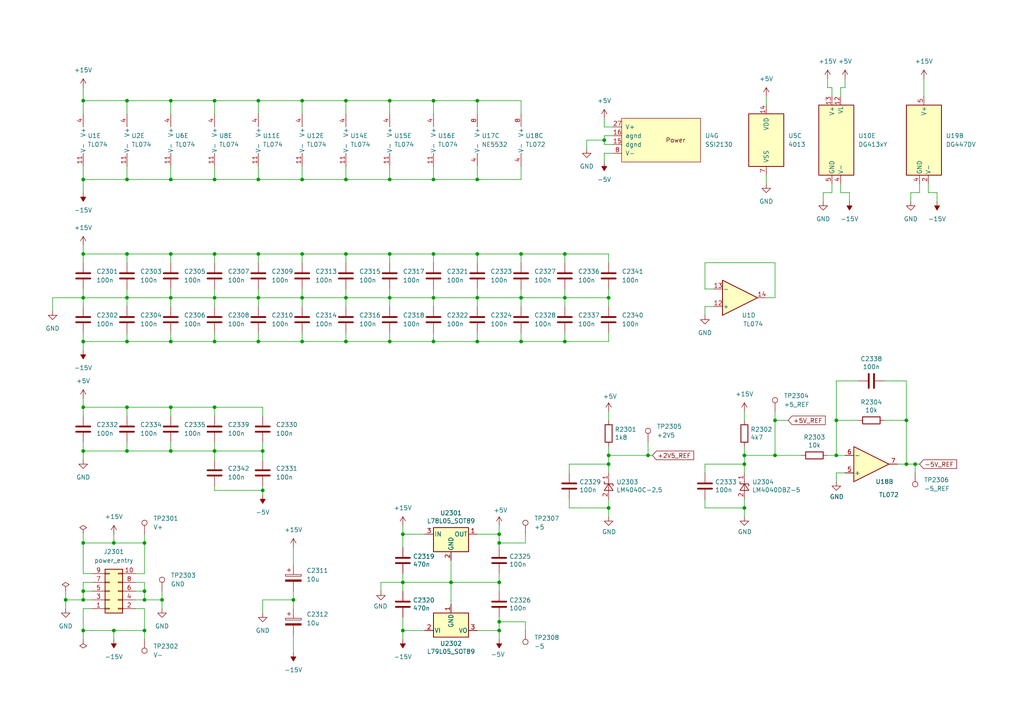
<source format=kicad_sch>
(kicad_sch (version 20230121) (generator eeschema)
  (paper "A4")
  (title_block (title "Josh Ox Ribon Synth Main VCO board") (date "2022-07-23") (rev "0.1") (comment 2 "creativecommons.org/licenses/by/4.0") (comment 3 "license: CC by 4.0") (comment 4 "Author: Jordan Acete"))
  (junction (at 138.43 73.66))
  (junction (at 36.83 99.06))
  (junction (at 262.89 134.62))
  (junction (at 49.53 118.11))
  (junction (at 62.23 29.21))
  (junction (at 125.73 99.06))
  (junction (at 36.83 118.11))
  (junction (at 144.78 180.34))
  (junction (at 24.13 29.21))
  (junction (at 215.9 147.32))
  (junction (at 74.93 73.66))
  (junction (at 138.43 52.07))
  (junction (at 76.2 142.24))
  (junction (at 113.03 73.66))
  (junction (at 62.23 118.11))
  (junction (at 151.13 73.66))
  (junction (at 113.03 52.07))
  (junction (at 49.53 29.21))
  (junction (at 24.13 86.36))
  (junction (at 144.78 168.91))
  (junction (at 215.9 134.62))
  (junction (at 49.53 73.66))
  (junction (at 224.79 132.08))
  (junction (at 125.73 86.36))
  (junction (at 138.43 86.36))
  (junction (at 113.03 29.21))
  (junction (at 24.13 52.07))
  (junction (at 144.78 182.88))
  (junction (at 49.53 130.81))
  (junction (at 144.78 157.48))
  (junction (at 49.53 52.07))
  (junction (at 74.93 86.36))
  (junction (at 76.2 130.81))
  (junction (at 41.91 182.88))
  (junction (at 125.73 29.21))
  (junction (at 138.43 29.21))
  (junction (at 176.53 86.36))
  (junction (at 138.43 99.06))
  (junction (at 100.33 73.66))
  (junction (at 265.43 134.62))
  (junction (at 33.02 182.88))
  (junction (at 116.84 168.91))
  (junction (at 36.83 86.36))
  (junction (at 74.93 29.21))
  (junction (at 116.84 154.94))
  (junction (at 163.83 73.66))
  (junction (at 215.9 132.08))
  (junction (at 87.63 52.07))
  (junction (at 87.63 29.21))
  (junction (at 176.53 147.32))
  (junction (at 163.83 86.36))
  (junction (at 87.63 86.36))
  (junction (at 262.89 121.92))
  (junction (at 151.13 99.06))
  (junction (at 62.23 130.81))
  (junction (at 41.91 173.99))
  (junction (at 87.63 99.06))
  (junction (at 36.83 130.81))
  (junction (at 176.53 134.62))
  (junction (at 163.83 99.06))
  (junction (at 100.33 29.21))
  (junction (at 151.13 86.36))
  (junction (at 36.83 29.21))
  (junction (at 242.57 132.08))
  (junction (at 100.33 52.07))
  (junction (at 87.63 73.66))
  (junction (at 49.53 99.06))
  (junction (at 24.13 157.48))
  (junction (at 62.23 73.66))
  (junction (at 130.81 168.91))
  (junction (at 49.53 86.36))
  (junction (at 176.53 132.08))
  (junction (at 116.84 182.88))
  (junction (at 24.13 130.81))
  (junction (at 74.93 99.06))
  (junction (at 144.78 154.94))
  (junction (at 125.73 52.07))
  (junction (at 24.13 173.99))
  (junction (at 85.09 173.99))
  (junction (at 100.33 99.06))
  (junction (at 24.13 182.88))
  (junction (at 33.02 157.48))
  (junction (at 36.83 52.07))
  (junction (at 41.91 171.45))
  (junction (at 36.83 73.66))
  (junction (at 41.91 157.48))
  (junction (at 24.13 118.11))
  (junction (at 125.73 73.66))
  (junction (at 242.57 121.92))
  (junction (at 113.03 86.36))
  (junction (at 224.79 121.92))
  (junction (at 46.99 173.99))
  (junction (at 24.13 171.45))
  (junction (at 62.23 52.07))
  (junction (at 175.26 40.64))
  (junction (at 62.23 99.06))
  (junction (at 24.13 73.66))
  (junction (at 19.05 173.99))
  (junction (at 113.03 99.06))
  (junction (at 62.23 86.36))
  (junction (at 74.93 52.07))
  (junction (at 187.96 132.08))
  (junction (at 100.33 86.36))
  (junction (at 24.13 99.06))
  (wire (pts (xy 125.73 29.21) (xy 138.43 29.21)))
  (wire (pts (xy 224.79 76.2) (xy 224.79 86.36)))
  (wire (pts (xy 222.25 50.8) (xy 222.25 53.34)))
  (wire (pts (xy 100.33 86.36) (xy 100.33 88.9)))
  (wire (pts (xy 242.57 132.08) (xy 240.03 132.08)))
  (wire (pts (xy 152.4 182.88) (xy 152.4 180.34)))
  (wire (pts (xy 41.91 157.48) (xy 33.02 157.48)))
  (wire (pts (xy 24.13 171.45) (xy 26.67 171.45)))
  (wire (pts (xy 87.63 86.36) (xy 100.33 86.36)))
  (wire (pts (xy 74.93 88.9) (xy 74.93 86.36)))
  (wire (pts (xy 138.43 52.07) (xy 138.43 48.26)))
  (wire (pts (xy 130.81 162.56) (xy 130.81 168.91)))
  (wire (pts (xy 138.43 52.07) (xy 151.13 52.07)))
  (wire (pts (xy 187.96 128.27) (xy 187.96 132.08)))
  (wire (pts (xy 36.83 73.66) (xy 49.53 73.66)))
  (wire (pts (xy 265.43 137.16) (xy 265.43 134.62)))
  (wire (pts (xy 39.37 171.45) (xy 41.91 171.45)))
  (wire (pts (xy 116.84 154.94) (xy 116.84 158.75)))
  (wire (pts (xy 241.3 53.34) (xy 241.3 55.88)))
  (wire (pts (xy 49.53 118.11) (xy 62.23 118.11)))
  (wire (pts (xy 176.53 149.86) (xy 176.53 147.32)))
  (wire (pts (xy 176.53 137.16) (xy 176.53 134.62)))
  (wire (pts (xy 260.35 134.62) (xy 262.89 134.62)))
  (wire (pts (xy 74.93 52.07) (xy 62.23 52.07)))
  (wire (pts (xy 74.93 29.21) (xy 62.23 29.21)))
  (wire (pts (xy 262.89 134.62) (xy 265.43 134.62)))
  (wire (pts (xy 238.76 55.88) (xy 241.3 55.88)))
  (wire (pts (xy 170.18 40.64) (xy 175.26 40.64)))
  (wire (pts (xy 33.02 182.88) (xy 41.91 182.88)))
  (wire (pts (xy 62.23 96.52) (xy 62.23 99.06)))
  (wire (pts (xy 62.23 140.97) (xy 62.23 142.24)))
  (wire (pts (xy 85.09 184.15) (xy 85.09 189.23)))
  (wire (pts (xy 33.02 182.88) (xy 33.02 185.42)))
  (wire (pts (xy 116.84 166.37) (xy 116.84 168.91)))
  (wire (pts (xy 264.16 55.88) (xy 264.16 58.42)))
  (wire (pts (xy 245.11 22.86) (xy 245.11 25.4)))
  (wire (pts (xy 24.13 83.82) (xy 24.13 86.36)))
  (wire (pts (xy 242.57 121.92) (xy 242.57 110.49)))
  (wire (pts (xy 113.03 73.66) (xy 100.33 73.66)))
  (wire (pts (xy 87.63 52.07) (xy 74.93 52.07)))
  (wire (pts (xy 87.63 96.52) (xy 87.63 99.06)))
  (wire (pts (xy 138.43 182.88) (xy 144.78 182.88)))
  (wire (pts (xy 41.91 166.37) (xy 41.91 157.48)))
  (wire (pts (xy 49.53 86.36) (xy 49.53 88.9)))
  (wire (pts (xy 41.91 176.53) (xy 39.37 176.53)))
  (wire (pts (xy 264.16 55.88) (xy 266.7 55.88)))
  (wire (pts (xy 224.79 121.92) (xy 224.79 132.08)))
  (wire (pts (xy 144.78 157.48) (xy 144.78 158.75)))
  (wire (pts (xy 177.8 41.91) (xy 175.26 41.91)))
  (wire (pts (xy 125.73 83.82) (xy 125.73 86.36)))
  (wire (pts (xy 151.13 99.06) (xy 151.13 96.52)))
  (wire (pts (xy 74.93 99.06) (xy 87.63 99.06)))
  (wire (pts (xy 176.53 76.2) (xy 176.53 73.66)))
  (wire (pts (xy 36.83 52.07) (xy 24.13 52.07)))
  (wire (pts (xy 113.03 99.06) (xy 125.73 99.06)))
  (wire (pts (xy 215.9 121.92) (xy 215.9 119.38)))
  (wire (pts (xy 26.67 176.53) (xy 24.13 176.53)))
  (wire (pts (xy 246.38 58.42) (xy 246.38 55.88)))
  (wire (pts (xy 262.89 110.49) (xy 256.54 110.49)))
  (wire (pts (xy 87.63 29.21) (xy 100.33 29.21)))
  (wire (pts (xy 151.13 86.36) (xy 138.43 86.36)))
  (wire (pts (xy 125.73 29.21) (xy 113.03 29.21)))
  (wire (pts (xy 113.03 88.9) (xy 113.03 86.36)))
  (wire (pts (xy 204.47 88.9) (xy 207.01 88.9)))
  (wire (pts (xy 113.03 86.36) (xy 125.73 86.36)))
  (wire (pts (xy 151.13 73.66) (xy 138.43 73.66)))
  (wire (pts (xy 46.99 171.45) (xy 46.99 173.99)))
  (wire (pts (xy 151.13 86.36) (xy 163.83 86.36)))
  (wire (pts (xy 87.63 73.66) (xy 100.33 73.66)))
  (wire (pts (xy 215.9 132.08) (xy 224.79 132.08)))
  (wire (pts (xy 87.63 86.36) (xy 87.63 88.9)))
  (wire (pts (xy 130.81 168.91) (xy 144.78 168.91)))
  (wire (pts (xy 163.83 99.06) (xy 151.13 99.06)))
  (wire (pts (xy 49.53 118.11) (xy 49.53 120.65)))
  (wire (pts (xy 87.63 99.06) (xy 100.33 99.06)))
  (wire (pts (xy 85.09 171.45) (xy 85.09 173.99)))
  (wire (pts (xy 224.79 132.08) (xy 232.41 132.08)))
  (wire (pts (xy 74.93 99.06) (xy 74.93 96.52)))
  (wire (pts (xy 33.02 157.48) (xy 24.13 157.48)))
  (wire (pts (xy 242.57 139.7) (xy 242.57 137.16)))
  (wire (pts (xy 46.99 176.53) (xy 46.99 173.99)))
  (wire (pts (xy 24.13 29.21) (xy 24.13 33.02)))
  (wire (pts (xy 113.03 52.07) (xy 100.33 52.07)))
  (wire (pts (xy 87.63 73.66) (xy 87.63 76.2)))
  (wire (pts (xy 24.13 86.36) (xy 24.13 88.9)))
  (wire (pts (xy 175.26 40.64) (xy 175.26 39.37)))
  (wire (pts (xy 138.43 99.06) (xy 151.13 99.06)))
  (wire (pts (xy 163.83 73.66) (xy 151.13 73.66)))
  (wire (pts (xy 76.2 130.81) (xy 76.2 133.35)))
  (wire (pts (xy 113.03 86.36) (xy 100.33 86.36)))
  (wire (pts (xy 100.33 29.21) (xy 100.33 33.02)))
  (wire (pts (xy 248.92 121.92) (xy 242.57 121.92)))
  (wire (pts (xy 36.83 130.81) (xy 36.83 128.27)))
  (wire (pts (xy 36.83 48.26) (xy 36.83 52.07)))
  (wire (pts (xy 36.83 88.9) (xy 36.83 86.36)))
  (wire (pts (xy 74.93 86.36) (xy 62.23 86.36)))
  (wire (pts (xy 163.83 86.36) (xy 176.53 86.36)))
  (wire (pts (xy 176.53 147.32) (xy 176.53 144.78)))
  (wire (pts (xy 243.84 53.34) (xy 243.84 55.88)))
  (wire (pts (xy 41.91 154.94) (xy 41.91 157.48)))
  (wire (pts (xy 39.37 166.37) (xy 41.91 166.37)))
  (wire (pts (xy 110.49 171.45) (xy 110.49 168.91)))
  (wire (pts (xy 62.23 130.81) (xy 62.23 133.35)))
  (wire (pts (xy 62.23 128.27) (xy 62.23 130.81)))
  (wire (pts (xy 242.57 132.08) (xy 242.57 121.92)))
  (wire (pts (xy 151.13 76.2) (xy 151.13 73.66)))
  (wire (pts (xy 100.33 73.66) (xy 100.33 76.2)))
  (wire (pts (xy 138.43 29.21) (xy 151.13 29.21)))
  (wire (pts (xy 125.73 73.66) (xy 125.73 76.2)))
  (wire (pts (xy 165.1 144.78) (xy 165.1 147.32)))
  (wire (pts (xy 36.83 120.65) (xy 36.83 118.11)))
  (wire (pts (xy 36.83 130.81) (xy 24.13 130.81)))
  (wire (pts (xy 151.13 29.21) (xy 151.13 33.02)))
  (wire (pts (xy 76.2 177.8) (xy 76.2 173.99)))
  (wire (pts (xy 62.23 86.36) (xy 62.23 88.9)))
  (wire (pts (xy 144.78 154.94) (xy 144.78 157.48)))
  (wire (pts (xy 152.4 157.48) (xy 144.78 157.48)))
  (wire (pts (xy 224.79 119.38) (xy 224.79 121.92)))
  (wire (pts (xy 266.7 53.34) (xy 266.7 55.88)))
  (wire (pts (xy 24.13 182.88) (xy 33.02 182.88)))
  (wire (pts (xy 113.03 52.07) (xy 113.03 48.26)))
  (wire (pts (xy 39.37 173.99) (xy 41.91 173.99)))
  (wire (pts (xy 271.78 58.42) (xy 271.78 55.88)))
  (wire (pts (xy 125.73 52.07) (xy 113.03 52.07)))
  (wire (pts (xy 87.63 29.21) (xy 87.63 33.02)))
  (wire (pts (xy 74.93 86.36) (xy 74.93 83.82)))
  (wire (pts (xy 62.23 52.07) (xy 62.23 48.26)))
  (wire (pts (xy 152.4 180.34) (xy 144.78 180.34)))
  (wire (pts (xy 175.26 41.91) (xy 175.26 40.64)))
  (wire (pts (xy 62.23 118.11) (xy 76.2 118.11)))
  (wire (pts (xy 24.13 168.91) (xy 24.13 171.45)))
  (wire (pts (xy 49.53 99.06) (xy 62.23 99.06)))
  (wire (pts (xy 100.33 96.52) (xy 100.33 99.06)))
  (wire (pts (xy 116.84 168.91) (xy 116.84 171.45)))
  (wire (pts (xy 175.26 46.99) (xy 175.26 44.45)))
  (wire (pts (xy 49.53 52.07) (xy 49.53 48.26)))
  (wire (pts (xy 41.91 173.99) (xy 41.91 171.45)))
  (wire (pts (xy 125.73 52.07) (xy 138.43 52.07)))
  (wire (pts (xy 15.24 86.36) (xy 24.13 86.36)))
  (wire (pts (xy 262.89 110.49) (xy 262.89 121.92)))
  (wire (pts (xy 62.23 73.66) (xy 62.23 76.2)))
  (wire (pts (xy 15.24 90.17) (xy 15.24 86.36)))
  (wire (pts (xy 144.78 179.07) (xy 144.78 180.34)))
  (wire (pts (xy 176.53 132.08) (xy 187.96 132.08)))
  (wire (pts (xy 262.89 121.92) (xy 262.89 134.62)))
  (wire (pts (xy 49.53 73.66) (xy 62.23 73.66)))
  (wire (pts (xy 123.19 182.88) (xy 116.84 182.88)))
  (wire (pts (xy 207.01 83.82) (xy 204.47 83.82)))
  (wire (pts (xy 215.9 134.62) (xy 215.9 132.08)))
  (wire (pts (xy 36.83 118.11) (xy 49.53 118.11)))
  (wire (pts (xy 116.84 168.91) (xy 130.81 168.91)))
  (wire (pts (xy 76.2 142.24) (xy 76.2 143.51)))
  (wire (pts (xy 138.43 73.66) (xy 138.43 76.2)))
  (wire (pts (xy 36.83 76.2) (xy 36.83 73.66)))
  (wire (pts (xy 242.57 110.49) (xy 248.92 110.49)))
  (wire (pts (xy 176.53 99.06) (xy 163.83 99.06)))
  (wire (pts (xy 113.03 76.2) (xy 113.03 73.66)))
  (wire (pts (xy 163.83 76.2) (xy 163.83 73.66)))
  (wire (pts (xy 24.13 171.45) (xy 24.13 173.99)))
  (wire (pts (xy 116.84 185.42) (xy 116.84 182.88)))
  (wire (pts (xy 36.83 99.06) (xy 49.53 99.06)))
  (wire (pts (xy 74.93 73.66) (xy 62.23 73.66)))
  (wire (pts (xy 24.13 157.48) (xy 24.13 166.37)))
  (wire (pts (xy 151.13 86.36) (xy 151.13 83.82)))
  (wire (pts (xy 39.37 168.91) (xy 41.91 168.91)))
  (wire (pts (xy 243.84 25.4) (xy 245.11 25.4)))
  (wire (pts (xy 62.23 83.82) (xy 62.23 86.36)))
  (wire (pts (xy 123.19 154.94) (xy 116.84 154.94)))
  (wire (pts (xy 238.76 55.88) (xy 238.76 58.42)))
  (wire (pts (xy 49.53 130.81) (xy 49.53 128.27)))
  (wire (pts (xy 24.13 166.37) (xy 26.67 166.37)))
  (wire (pts (xy 240.03 22.86) (xy 240.03 25.4)))
  (wire (pts (xy 204.47 144.78) (xy 204.47 147.32)))
  (wire (pts (xy 176.53 73.66) (xy 163.83 73.66)))
  (wire (pts (xy 215.9 147.32) (xy 215.9 149.86)))
  (wire (pts (xy 24.13 176.53) (xy 24.13 182.88)))
  (wire (pts (xy 24.13 99.06) (xy 36.83 99.06)))
  (wire (pts (xy 228.6 121.92) (xy 224.79 121.92)))
  (wire (pts (xy 36.83 29.21) (xy 36.83 33.02)))
  (wire (pts (xy 125.73 29.21) (xy 125.73 33.02)))
  (wire (pts (xy 110.49 168.91) (xy 116.84 168.91)))
  (wire (pts (xy 49.53 73.66) (xy 49.53 76.2)))
  (wire (pts (xy 144.78 185.42) (xy 144.78 182.88)))
  (wire (pts (xy 176.53 134.62) (xy 176.53 132.08)))
  (wire (pts (xy 36.83 86.36) (xy 24.13 86.36)))
  (wire (pts (xy 24.13 115.57) (xy 24.13 118.11)))
  (wire (pts (xy 176.53 132.08) (xy 176.53 129.54)))
  (wire (pts (xy 87.63 52.07) (xy 87.63 48.26)))
  (wire (pts (xy 170.18 40.64) (xy 170.18 43.18)))
  (wire (pts (xy 113.03 73.66) (xy 125.73 73.66)))
  (wire (pts (xy 49.53 52.07) (xy 36.83 52.07)))
  (wire (pts (xy 165.1 147.32) (xy 176.53 147.32)))
  (wire (pts (xy 113.03 29.21) (xy 100.33 29.21)))
  (wire (pts (xy 74.93 73.66) (xy 87.63 73.66)))
  (wire (pts (xy 163.83 86.36) (xy 163.83 88.9)))
  (wire (pts (xy 269.24 53.34) (xy 269.24 55.88)))
  (wire (pts (xy 224.79 86.36) (xy 222.25 86.36)))
  (wire (pts (xy 165.1 134.62) (xy 176.53 134.62)))
  (wire (pts (xy 36.83 99.06) (xy 36.83 96.52)))
  (wire (pts (xy 74.93 86.36) (xy 87.63 86.36)))
  (wire (pts (xy 36.83 86.36) (xy 36.83 83.82)))
  (wire (pts (xy 116.84 182.88) (xy 116.84 179.07)))
  (wire (pts (xy 204.47 83.82) (xy 204.47 76.2)))
  (wire (pts (xy 87.63 29.21) (xy 74.93 29.21)))
  (wire (pts (xy 41.91 171.45) (xy 41.91 168.91)))
  (wire (pts (xy 49.53 29.21) (xy 49.53 33.02)))
  (wire (pts (xy 138.43 96.52) (xy 138.43 99.06)))
  (wire (pts (xy 187.96 132.08) (xy 189.23 132.08)))
  (wire (pts (xy 49.53 83.82) (xy 49.53 86.36)))
  (wire (pts (xy 24.13 25.4) (xy 24.13 29.21)))
  (wire (pts (xy 49.53 29.21) (xy 36.83 29.21)))
  (wire (pts (xy 74.93 76.2) (xy 74.93 73.66)))
  (wire (pts (xy 138.43 29.21) (xy 138.43 33.02)))
  (wire (pts (xy 144.78 180.34) (xy 144.78 182.88)))
  (wire (pts (xy 49.53 96.52) (xy 49.53 99.06)))
  (wire (pts (xy 242.57 137.16) (xy 245.11 137.16)))
  (wire (pts (xy 85.09 158.75) (xy 85.09 163.83)))
  (wire (pts (xy 24.13 55.88) (xy 24.13 52.07)))
  (wire (pts (xy 49.53 29.21) (xy 62.23 29.21)))
  (wire (pts (xy 49.53 52.07) (xy 62.23 52.07)))
  (wire (pts (xy 204.47 137.16) (xy 204.47 134.62)))
  (wire (pts (xy 49.53 86.36) (xy 62.23 86.36)))
  (wire (pts (xy 76.2 128.27) (xy 76.2 130.81)))
  (wire (pts (xy 87.63 83.82) (xy 87.63 86.36)))
  (wire (pts (xy 76.2 140.97) (xy 76.2 142.24)))
  (wire (pts (xy 204.47 91.44) (xy 204.47 88.9)))
  (wire (pts (xy 152.4 154.94) (xy 152.4 157.48)))
  (wire (pts (xy 125.73 86.36) (xy 138.43 86.36)))
  (wire (pts (xy 24.13 128.27) (xy 24.13 130.81)))
  (wire (pts (xy 49.53 130.81) (xy 62.23 130.81)))
  (wire (pts (xy 62.23 142.24) (xy 76.2 142.24)))
  (wire (pts (xy 41.91 185.42) (xy 41.91 182.88)))
  (wire (pts (xy 113.03 99.06) (xy 113.03 96.52)))
  (wire (pts (xy 24.13 48.26) (xy 24.13 52.07)))
  (wire (pts (xy 125.73 86.36) (xy 125.73 88.9)))
  (wire (pts (xy 267.97 22.86) (xy 267.97 27.94)))
  (wire (pts (xy 176.53 86.36) (xy 176.53 88.9)))
  (wire (pts (xy 125.73 96.52) (xy 125.73 99.06)))
  (wire (pts (xy 19.05 171.45) (xy 19.05 173.99)))
  (wire (pts (xy 271.78 55.88) (xy 269.24 55.88)))
  (wire (pts (xy 265.43 134.62) (xy 266.7 134.62)))
  (wire (pts (xy 24.13 118.11) (xy 24.13 120.65)))
  (wire (pts (xy 24.13 99.06) (xy 24.13 101.6)))
  (wire (pts (xy 176.53 96.52) (xy 176.53 99.06)))
  (wire (pts (xy 144.78 154.94) (xy 138.43 154.94)))
  (wire (pts (xy 74.93 29.21) (xy 74.93 33.02)))
  (wire (pts (xy 130.81 175.26) (xy 130.81 168.91)))
  (wire (pts (xy 165.1 137.16) (xy 165.1 134.62)))
  (wire (pts (xy 204.47 147.32) (xy 215.9 147.32)))
  (wire (pts (xy 19.05 173.99) (xy 24.13 173.99)))
  (wire (pts (xy 24.13 96.52) (xy 24.13 99.06)))
  (wire (pts (xy 175.26 36.83) (xy 177.8 36.83)))
  (wire (pts (xy 204.47 76.2) (xy 224.79 76.2)))
  (wire (pts (xy 19.05 176.53) (xy 19.05 173.99)))
  (wire (pts (xy 151.13 52.07) (xy 151.13 48.26)))
  (wire (pts (xy 144.78 168.91) (xy 144.78 166.37)))
  (wire (pts (xy 176.53 86.36) (xy 176.53 83.82)))
  (wire (pts (xy 222.25 27.94) (xy 222.25 30.48)))
  (wire (pts (xy 36.83 118.11) (xy 24.13 118.11)))
  (wire (pts (xy 85.09 173.99) (xy 85.09 176.53)))
  (wire (pts (xy 125.73 52.07) (xy 125.73 48.26)))
  (wire (pts (xy 144.78 152.4) (xy 144.78 154.94)))
  (wire (pts (xy 62.23 29.21) (xy 62.23 33.02)))
  (wire (pts (xy 151.13 88.9) (xy 151.13 86.36)))
  (wire (pts (xy 36.83 130.81) (xy 49.53 130.81)))
  (wire (pts (xy 215.9 144.78) (xy 215.9 147.32)))
  (wire (pts (xy 76.2 118.11) (xy 76.2 120.65)))
  (wire (pts (xy 24.13 133.35) (xy 24.13 130.81)))
  (wire (pts (xy 46.99 173.99) (xy 41.91 173.99)))
  (wire (pts (xy 163.83 96.52) (xy 163.83 99.06)))
  (wire (pts (xy 74.93 52.07) (xy 74.93 48.26)))
  (wire (pts (xy 125.73 73.66) (xy 138.43 73.66)))
  (wire (pts (xy 24.13 71.12) (xy 24.13 73.66)))
  (wire (pts (xy 175.26 44.45) (xy 177.8 44.45)))
  (wire (pts (xy 176.53 119.38) (xy 176.53 121.92)))
  (wire (pts (xy 87.63 52.07) (xy 100.33 52.07)))
  (wire (pts (xy 33.02 154.94) (xy 33.02 157.48)))
  (wire (pts (xy 36.83 73.66) (xy 24.13 73.66)))
  (wire (pts (xy 24.13 168.91) (xy 26.67 168.91)))
  (wire (pts (xy 76.2 173.99) (xy 85.09 173.99)))
  (wire (pts (xy 204.47 134.62) (xy 215.9 134.62)))
  (wire (pts (xy 243.84 25.4) (xy 243.84 27.94)))
  (wire (pts (xy 41.91 182.88) (xy 41.91 176.53)))
  (wire (pts (xy 215.9 137.16) (xy 215.9 134.62)))
  (wire (pts (xy 256.54 121.92) (xy 262.89 121.92)))
  (wire (pts (xy 24.13 185.42) (xy 24.13 182.88)))
  (wire (pts (xy 144.78 171.45) (xy 144.78 168.91)))
  (wire (pts (xy 62.23 99.06) (xy 74.93 99.06)))
  (wire (pts (xy 125.73 99.06) (xy 138.43 99.06)))
  (wire (pts (xy 36.83 86.36) (xy 49.53 86.36)))
  (wire (pts (xy 215.9 132.08) (xy 215.9 129.54)))
  (wire (pts (xy 241.3 27.94) (xy 241.3 25.4)))
  (wire (pts (xy 175.26 34.29) (xy 175.26 36.83)))
  (wire (pts (xy 26.67 173.99) (xy 24.13 173.99)))
  (wire (pts (xy 100.33 52.07) (xy 100.33 48.26)))
  (wire (pts (xy 138.43 83.82) (xy 138.43 86.36)))
  (wire (pts (xy 175.26 39.37) (xy 177.8 39.37)))
  (wire (pts (xy 246.38 55.88) (xy 243.84 55.88)))
  (wire (pts (xy 62.23 118.11) (xy 62.23 120.65)))
  (wire (pts (xy 245.11 132.08) (xy 242.57 132.08)))
  (wire (pts (xy 138.43 86.36) (xy 138.43 88.9)))
  (wire (pts (xy 163.83 83.82) (xy 163.83 86.36)))
  (wire (pts (xy 100.33 99.06) (xy 113.03 99.06)))
  (wire (pts (xy 24.13 154.94) (xy 24.13 157.48)))
  (wire (pts (xy 241.3 25.4) (xy 240.03 25.4)))
  (wire (pts (xy 24.13 73.66) (xy 24.13 76.2)))
  (wire (pts (xy 113.03 29.21) (xy 113.03 33.02)))
  (wire (pts (xy 113.03 86.36) (xy 113.03 83.82)))
  (wire (pts (xy 36.83 29.21) (xy 24.13 29.21)))
  (wire (pts (xy 116.84 152.4) (xy 116.84 154.94)))
  (wire (pts (xy 100.33 83.82) (xy 100.33 86.36)))
  (wire (pts (xy 62.23 130.81) (xy 76.2 130.81)))
  (global_label "+2V5_REF" (shape input) (at 189.23 132.08 0) (property "Intersheetrefs" "${INTERSHEET_REFS}" (effects hide)))
  (global_label "+5V_REF" (shape input) (at 228.6 121.92 0) (property "Intersheetrefs" "${INTERSHEET_REFS}" (effects hide)))
  (global_label "-5V_REF" (shape input) (at 266.7 134.62 0) (property "Intersheetrefs" "${INTERSHEET_REFS}" (effects hide)))
  (symbol (lib_id "Amplifier_Operational:TL074") (at 115.57 40.64 0) (unit 5)
    (property "Reference" "U15" (at 114.3 39.3699 0) (effects (justify left)))
    (property "Value" "TL074" (at 114.3 41.9099 0) (effects (justify left)))
    (property "Footprint" "Package_SO:SOIC-14_3.9x8.7mm_P1.27mm" (effects hide))
    (property "Datasheet" "http://www.ti.com/lit/ds/symlink/tl071.pdf" (effects hide))
  )
  (symbol (lib_id "Device:C") (at 87.63 80.01 0) (unit 1)
    (property "Reference" "C2313" (at 91.44 78.7399 0) (effects (justify left)))
    (property "Value" "100n" (at 91.44 81.2799 0) (effects (justify left)))
    (property "Footprint" "Capacitor_SMD:C_0805_2012Metric" (effects hide))
  )
  (symbol (lib_id "Connector:TestPoint") (at 41.91 185.42 180) (unit 1) (in_bom no)
    (property "Reference" "TP2302" (at 44.45 187.4519 0) (effects (justify right)))
    (property "Value" "V-" (at 44.45 189.9919 0) (effects (justify right)))
    (property "Footprint" "TestPoint:TestPoint_Keystone_5000-5004_Miniature" (effects hide))
  )
  (symbol (lib_id "Regulator_Linear:L79L05_SOT89") (at 130.81 182.88 0) (unit 1)
    (property "Reference" "U2302" (at 130.81 186.6646 0))
    (property "Value" "L79L05_SOT89" (at 130.81 188.976 0))
    (property "Footprint" "Package_TO_SOT_SMD:SOT-89-3" (effects hide))
    (property "Datasheet" "http://www.farnell.com/datasheets/1827870.pdf" (effects hide))
  )
  (symbol (lib_id "power:GND") (at 110.49 171.45 0) (mirror y) (unit 1)
    (property "Reference" "#PWR02313" (effects hide))
    (property "Value" "GND" (at 110.363 175.8442 0))
  )
  (symbol (lib_id "Device:C") (at 165.1 140.97 0) (unit 1)
    (property "Reference" "C2329" (at 168.021 139.8016 0) (effects (justify left)))
    (property "Value" "100n" (at 168.021 142.113 0) (effects (justify left)))
    (property "Footprint" "Capacitor_SMD:C_0805_2012Metric" (effects hide))
  )
  (symbol (lib_id "Device:R") (at 215.9 125.73 0) (unit 1)
    (property "Reference" "R2302" (at 217.678 124.5616 0) (effects (justify left)))
    (property "Value" "4k7" (at 217.678 126.873 0) (effects (justify left)))
    (property "Footprint" "Resistor_SMD:R_0805_2012Metric" (effects hide))
  )
  (symbol (lib_id "Device:C") (at 24.13 124.46 0) (unit 1)
    (property "Reference" "C2332" (at 27.94 123.1899 0) (effects (justify left)))
    (property "Value" "100n" (at 27.94 125.7299 0) (effects (justify left)))
    (property "Footprint" "Capacitor_SMD:C_0805_2012Metric" (effects hide))
  )
  (symbol (lib_id "power:GND") (at 264.16 58.42 0) (unit 1)
    (property "Reference" "#PWR0121" (effects hide))
    (property "Value" "GND" (at 264.16 63.5 0))
  )
  (symbol (lib_id "Connector:TestPoint") (at 46.99 171.45 0) (unit 1) (in_bom no)
    (property "Reference" "TP2303" (at 49.53 166.8779 0) (effects (justify left)))
    (property "Value" "GND" (at 49.53 169.4179 0) (effects (justify left)))
    (property "Footprint" "TestPoint:TestPoint_Bridge_Pitch7.62mm_Drill1.3mm" (effects hide))
  )
  (symbol (lib_id "Device:R") (at 176.53 125.73 0) (unit 1)
    (property "Reference" "R2301" (at 178.308 124.5616 0) (effects (justify left)))
    (property "Value" "1k8" (at 178.308 126.873 0) (effects (justify left)))
    (property "Footprint" "Resistor_SMD:R_0805_2012Metric" (effects hide))
  )
  (symbol (lib_id "Connector:TestPoint") (at 152.4 182.88 180) (unit 1) (in_bom no)
    (property "Reference" "TP2308" (at 154.94 184.9119 0) (effects (justify right)))
    (property "Value" "-5" (at 154.94 187.4519 0) (effects (justify right)))
    (property "Footprint" "TestPoint:TestPoint_Keystone_5000-5004_Miniature" (effects hide))
  )
  (symbol (lib_id "power:+5V") (at 176.53 119.38 0) (unit 1)
    (property "Reference" "#PWR02322" (effects hide))
    (property "Value" "+5V" (at 176.911 114.9858 0))
  )
  (symbol (lib_id "power:-15V") (at 33.02 185.42 180) (unit 1)
    (property "Reference" "#PWR02308" (effects hide))
    (property "Value" "-15V" (at 33.02 190.5 0))
  )
  (symbol (lib_id "Device:C") (at 138.43 80.01 0) (unit 1)
    (property "Reference" "C2323" (at 142.24 78.7399 0) (effects (justify left)))
    (property "Value" "100n" (at 142.24 81.2799 0) (effects (justify left)))
    (property "Footprint" "Capacitor_SMD:C_0805_2012Metric" (effects hide))
  )
  (symbol (lib_id "Device:C") (at 49.53 92.71 0) (unit 1)
    (property "Reference" "C2306" (at 53.34 91.4399 0) (effects (justify left)))
    (property "Value" "100n" (at 53.34 93.9799 0) (effects (justify left)))
    (property "Footprint" "Capacitor_SMD:C_0805_2012Metric" (effects hide))
  )
  (symbol (lib_id "Device:C") (at 176.53 92.71 0) (unit 1)
    (property "Reference" "C2340" (at 180.34 91.4399 0) (effects (justify left)))
    (property "Value" "100n" (at 180.34 93.9799 0) (effects (justify left)))
    (property "Footprint" "Capacitor_SMD:C_0805_2012Metric" (effects hide))
  )
  (symbol (lib_id "Device:R") (at 252.73 121.92 270) (unit 1)
    (property "Reference" "R2304" (at 252.73 116.6622 90))
    (property "Value" "10k" (at 252.73 118.9736 90))
    (property "Footprint" "Resistor_SMD:R_0805_2012Metric" (effects hide))
  )
  (symbol (lib_id "Reference_Voltage:LM4040DBZ-2.5") (at 176.53 140.97 90) (unit 1)
    (property "Reference" "U2303" (at 178.7652 139.8016 90) (effects (justify right)))
    (property "Value" "LM4040C-2.5" (at 178.7652 142.113 90) (effects (justify right)))
    (property "Footprint" "Package_TO_SOT_SMD:SOT-23" (effects hide))
    (property "Datasheet" "http://www.ti.com/lit/ds/symlink/lm4040-n.pdf" (effects hide))
  )
  (symbol (lib_id "Device:C") (at 163.83 92.71 0) (unit 1)
    (property "Reference" "C2337" (at 167.64 91.4399 0) (effects (justify left)))
    (property "Value" "100n" (at 167.64 93.9799 0) (effects (justify left)))
    (property "Footprint" "Capacitor_SMD:C_0805_2012Metric" (effects hide))
  )
  (symbol (lib_id "power:+15V") (at 116.84 152.4 0) (unit 1)
    (property "Reference" "#PWR0110" (effects hide))
    (property "Value" "+15V" (at 116.84 147.32 0))
  )
  (symbol (lib_id "Device:C") (at 125.73 80.01 0) (unit 1)
    (property "Reference" "C2321" (at 129.54 78.7399 0) (effects (justify left)))
    (property "Value" "100n" (at 129.54 81.2799 0) (effects (justify left)))
    (property "Footprint" "Capacitor_SMD:C_0805_2012Metric" (effects hide))
  )
  (symbol (lib_id "Amplifier_Operational:TL074") (at 90.17 40.64 0) (unit 5)
    (property "Reference" "U12" (at 88.9 39.3699 0) (effects (justify left)))
    (property "Value" "TL074" (at 88.9 41.9099 0) (effects (justify left)))
    (property "Footprint" "Package_SO:SOIC-14_3.9x8.7mm_P1.27mm" (effects hide))
    (property "Datasheet" "http://www.ti.com/lit/ds/symlink/tl071.pdf" (effects hide))
  )
  (symbol (lib_id "power:-15V") (at 24.13 55.88 180) (unit 1)
    (property "Reference" "#PWR02304" (effects hide))
    (property "Value" "-15V" (at 24.13 60.96 0))
  )
  (symbol (lib_id "Device:C") (at 163.83 80.01 0) (unit 1)
    (property "Reference" "C2336" (at 167.64 78.7399 0) (effects (justify left)))
    (property "Value" "100n" (at 167.64 81.2799 0) (effects (justify left)))
    (property "Footprint" "Capacitor_SMD:C_0805_2012Metric" (effects hide))
  )
  (symbol (lib_id "Device:C") (at 49.53 124.46 0) (unit 1)
    (property "Reference" "C2335" (at 53.34 123.1899 0) (effects (justify left)))
    (property "Value" "100n" (at 53.34 125.7299 0) (effects (justify left)))
    (property "Footprint" "Capacitor_SMD:C_0805_2012Metric" (effects hide))
  )
  (symbol (lib_id "Device:C") (at 100.33 92.71 0) (unit 1)
    (property "Reference" "C2316" (at 104.14 91.4399 0) (effects (justify left)))
    (property "Value" "100n" (at 104.14 93.9799 0) (effects (justify left)))
    (property "Footprint" "Capacitor_SMD:C_0805_2012Metric" (effects hide))
  )
  (symbol (lib_id "power:-15V") (at 246.38 58.42 180) (unit 1)
    (property "Reference" "#PWR0117" (effects hide))
    (property "Value" "-15V" (at 246.38 63.5 0))
  )
  (symbol (lib_id "power:-15V") (at 24.13 101.6 180) (unit 1)
    (property "Reference" "#PWR02306" (effects hide))
    (property "Value" "-15V" (at 24.13 106.68 0))
  )
  (symbol (lib_id "Regulator_Linear:L78L05_SOT89") (at 130.81 154.94 0) (unit 1)
    (property "Reference" "U2301" (at 130.81 148.7932 0))
    (property "Value" "L78L05_SOT89" (at 130.81 151.1046 0))
    (property "Footprint" "Package_TO_SOT_SMD:SOT-89-3" (effects hide))
    (property "Datasheet" "http://www.st.com/content/ccc/resource/technical/document/datasheet/15/55/e5/aa/23/5b/43/fd/CD00000446.pdf/files/CD00000446.pdf/jcr:content/translations/en.CD00000446.pdf" (effects hide))
  )
  (symbol (lib_id "Device:C") (at 151.13 92.71 0) (unit 1)
    (property "Reference" "C2328" (at 154.94 91.4399 0) (effects (justify left)))
    (property "Value" "100n" (at 154.94 93.9799 0) (effects (justify left)))
    (property "Footprint" "Capacitor_SMD:C_0805_2012Metric" (effects hide))
  )
  (symbol (lib_id "Device:C") (at 116.84 162.56 0) (unit 1)
    (property "Reference" "C2319" (at 119.761 161.3916 0) (effects (justify left)))
    (property "Value" "470n" (at 119.761 163.703 0) (effects (justify left)))
    (property "Footprint" "Capacitor_SMD:C_0805_2012Metric" (effects hide))
  )
  (symbol (lib_id "power:+15V") (at 24.13 71.12 0) (unit 1)
    (property "Reference" "#PWR02305" (effects hide))
    (property "Value" "+15V" (at 24.13 66.04 0))
  )
  (symbol (lib_id "power:GND") (at 46.99 176.53 0) (unit 1)
    (property "Reference" "#PWR02309" (effects hide))
    (property "Value" "GND" (at 46.99 181.61 0))
  )
  (symbol (lib_id "power:GND") (at 242.57 139.7 0) (unit 1)
    (property "Reference" "#PWR02336" (effects hide))
    (property "Value" "GND" (at 242.697 144.0942 0))
  )
  (symbol (lib_id "Device:C") (at 76.2 137.16 0) (unit 1)
    (property "Reference" "C2331" (at 80.01 135.8899 0) (effects (justify left)))
    (property "Value" "100n" (at 80.01 138.4299 0) (effects (justify left)))
    (property "Footprint" "Capacitor_SMD:C_0805_2012Metric" (effects hide))
  )
  (symbol (lib_id "power:GND") (at 215.9 149.86 0) (unit 1)
    (property "Reference" "#PWR02331" (effects hide))
    (property "Value" "GND" (at 216.027 154.2542 0))
  )
  (symbol (lib_id "Device:C") (at 100.33 80.01 0) (unit 1)
    (property "Reference" "C2315" (at 104.14 78.7399 0) (effects (justify left)))
    (property "Value" "100n" (at 104.14 81.2799 0) (effects (justify left)))
    (property "Footprint" "Capacitor_SMD:C_0805_2012Metric" (effects hide))
  )
  (symbol (lib_id "power:+5V") (at 245.11 22.86 0) (unit 1)
    (property "Reference" "#PWR0118" (effects hide))
    (property "Value" "+5V" (at 245.11 17.78 0))
  )
  (symbol (lib_id "Amplifier_Operational:TL074") (at 64.77 40.64 0) (unit 5)
    (property "Reference" "U8" (at 63.5 39.3699 0) (effects (justify left)))
    (property "Value" "TL074" (at 63.5 41.9099 0) (effects (justify left)))
    (property "Footprint" "Package_SO:SOIC-14_3.9x8.7mm_P1.27mm" (effects hide))
    (property "Datasheet" "http://www.ti.com/lit/ds/symlink/tl071.pdf" (effects hide))
  )
  (symbol (lib_id "Connector:TestPoint") (at 224.79 119.38 0) (unit 1) (in_bom no)
    (property "Reference" "TP2304" (at 227.33 114.8079 0) (effects (justify left)))
    (property "Value" "+5_REF" (at 227.33 117.3479 0) (effects (justify left)))
    (property "Footprint" "TestPoint:TestPoint_Keystone_5000-5004_Miniature" (effects hide))
  )
  (symbol (lib_id "Device:C") (at 62.23 137.16 0) (unit 1)
    (property "Reference" "C2342" (at 66.04 135.8899 0) (effects (justify left)))
    (property "Value" "100n" (at 66.04 138.4299 0) (effects (justify left)))
    (property "Footprint" "Capacitor_SMD:C_0805_2012Metric" (effects hide))
  )
  (symbol (lib_id "Device:C") (at 113.03 92.71 0) (unit 1)
    (property "Reference" "C2318" (at 116.84 91.4399 0) (effects (justify left)))
    (property "Value" "100n" (at 116.84 93.9799 0) (effects (justify left)))
    (property "Footprint" "Capacitor_SMD:C_0805_2012Metric" (effects hide))
  )
  (symbol (lib_id "power:GND") (at 24.13 133.35 0) (unit 1)
    (property "Reference" "#PWR02327" (effects hide))
    (property "Value" "GND" (at 24.13 138.43 0))
  )
  (symbol (lib_id "4xxx:4013") (at 222.25 40.64 0) (unit 3)
    (property "Reference" "U5" (at 228.6 39.3699 0) (effects (justify left)))
    (property "Value" "4013" (at 228.6 41.9099 0) (effects (justify left)))
    (property "Footprint" "Package_SO:SOIC-14_3.9x8.7mm_P1.27mm" (effects hide))
    (property "Datasheet" "http://www.onsemi.com/pub/Collateral/MC14013B-D.PDF" (effects hide))
  )
  (symbol (lib_id "Analog_Switch:DG413xY") (at 241.3 40.64 0) (unit 5)
    (property "Reference" "U10" (at 248.92 39.3699 0) (effects (justify left)))
    (property "Value" "DG413xY" (at 248.92 41.9099 0) (effects (justify left)))
    (property "Footprint" "Package_SO:SOIC-16_3.9x9.9mm_P1.27mm" (effects hide))
    (property "Datasheet" "https://datasheets.maximintegrated.com/en/ds/DG411-DG413.pdf" (effects hide))
  )
  (symbol (lib_id "Device:C") (at 252.73 110.49 270) (unit 1)
    (property "Reference" "C2338" (at 252.73 104.0892 90))
    (property "Value" "100n" (at 252.73 106.4006 90))
    (property "Footprint" "Capacitor_SMD:C_0805_2012Metric" (effects hide))
  )
  (symbol (lib_id "Device:C") (at 36.83 124.46 0) (unit 1)
    (property "Reference" "C2334" (at 40.64 123.1899 0) (effects (justify left)))
    (property "Value" "100n" (at 40.64 125.7299 0) (effects (justify left)))
    (property "Footprint" "Capacitor_SMD:C_0805_2012Metric" (effects hide))
  )
  (symbol (lib_id "power:GND") (at 204.47 91.44 0) (unit 1)
    (property "Reference" "#PWR0119" (effects hide))
    (property "Value" "GND" (at 204.47 96.52 0))
  )
  (symbol (lib_id "Device:C") (at 113.03 80.01 0) (unit 1)
    (property "Reference" "C2317" (at 116.84 78.7399 0) (effects (justify left)))
    (property "Value" "100n" (at 116.84 81.2799 0) (effects (justify left)))
    (property "Footprint" "Capacitor_SMD:C_0805_2012Metric" (effects hide))
  )
  (symbol (lib_id "power:+15V") (at 85.09 158.75 0) (unit 1)
    (property "Reference" "#PWR02311" (effects hide))
    (property "Value" "+15V" (at 85.09 153.67 0))
  )
  (symbol (lib_id "power:PWR_FLAG") (at 19.05 171.45 0) (unit 1)
    (property "Reference" "#FLG02301" (effects hide))
    (property "Value" "PWR_FLAG" (effects hide))
  )
  (symbol (lib_id "power:-15V") (at 85.09 189.23 180) (unit 1)
    (property "Reference" "#PWR02312" (effects hide))
    (property "Value" "-15V" (at 85.09 194.31 0))
  )
  (symbol (lib_id "Device:C") (at 87.63 92.71 0) (unit 1)
    (property "Reference" "C2314" (at 91.44 91.4399 0) (effects (justify left)))
    (property "Value" "100n" (at 91.44 93.9799 0) (effects (justify left)))
    (property "Footprint" "Capacitor_SMD:C_0805_2012Metric" (effects hide))
  )
  (symbol (lib_id "Amplifier_Operational:TL074") (at 77.47 40.64 0) (unit 5)
    (property "Reference" "U11" (at 76.2 39.3699 0) (effects (justify left)))
    (property "Value" "TL074" (at 76.2 41.9099 0) (effects (justify left)))
    (property "Footprint" "Package_SO:SOIC-14_3.9x8.7mm_P1.27mm" (effects hide))
    (property "Datasheet" "http://www.ti.com/lit/ds/symlink/tl071.pdf" (effects hide))
  )
  (symbol (lib_id "Device:C") (at 74.93 80.01 0) (unit 1)
    (property "Reference" "C2309" (at 78.74 78.7399 0) (effects (justify left)))
    (property "Value" "100n" (at 78.74 81.2799 0) (effects (justify left)))
    (property "Footprint" "Capacitor_SMD:C_0805_2012Metric" (effects hide))
  )
  (symbol (lib_id "power:GND") (at 222.25 53.34 0) (unit 1)
    (property "Reference" "#PWR02329" (effects hide))
    (property "Value" "GND" (at 222.25 58.42 0))
  )
  (symbol (lib_id "power:-15V") (at 271.78 58.42 180) (unit 1)
    (property "Reference" "#PWR0120" (effects hide))
    (property "Value" "-15V" (at 271.78 63.5 0))
  )
  (symbol (lib_id "power:+5V") (at 24.13 115.57 0) (unit 1)
    (property "Reference" "#PWR02326" (effects hide))
    (property "Value" "+5V" (at 24.13 110.49 0))
  )
  (symbol (lib_id "Device:C") (at 144.78 175.26 0) (unit 1)
    (property "Reference" "C2326" (at 147.701 174.0916 0) (effects (justify left)))
    (property "Value" "100n" (at 147.701 176.403 0) (effects (justify left)))
    (property "Footprint" "Capacitor_SMD:C_0805_2012Metric" (effects hide))
  )
  (symbol (lib_id "power:GND") (at 19.05 176.53 0) (mirror y) (unit 1)
    (property "Reference" "#PWR02302" (effects hide))
    (property "Value" "GND" (at 19.05 181.61 0))
  )
  (symbol (lib_id "Amplifier_Operational:TL074") (at 128.27 40.64 0) (unit 5)
    (property "Reference" "U16" (at 127 39.3699 0) (effects (justify left)))
    (property "Value" "TL074" (at 127 41.9099 0) (effects (justify left)))
    (property "Footprint" "Package_SO:SOIC-14_3.9x8.7mm_P1.27mm" (effects hide))
    (property "Datasheet" "http://www.ti.com/lit/ds/symlink/tl071.pdf" (effects hide))
  )
  (symbol (lib_id "power:+15V") (at 24.13 25.4 0) (unit 1)
    (property "Reference" "#PWR02303" (effects hide))
    (property "Value" "+15V" (at 24.13 20.32 0))
  )
  (symbol (lib_id "Device:C") (at 125.73 92.71 0) (unit 1)
    (property "Reference" "C2322" (at 129.54 91.4399 0) (effects (justify left)))
    (property "Value" "100n" (at 129.54 93.9799 0) (effects (justify left)))
    (property "Footprint" "Capacitor_SMD:C_0805_2012Metric" (effects hide))
  )
  (symbol (lib_id "Amplifier_Operational:TL074") (at 214.63 86.36 0) (mirror x) (unit 4)
    (property "Reference" "U1" (at 217.17 91.44 0))
    (property "Value" "TL074" (at 218.44 93.98 0))
    (property "Footprint" "Package_SO:SOIC-14_3.9x8.7mm_P1.27mm" (effects hide))
    (property "Datasheet" "http://www.ti.com/lit/ds/symlink/tl071.pdf" (effects hide))
  )
  (symbol (lib_id "Amplifier_Operational:TL074") (at 39.37 40.64 0) (unit 5)
    (property "Reference" "U2" (at 38.1 39.3699 0) (effects (justify left)))
    (property "Value" "TL074" (at 38.1 41.9099 0) (effects (justify left)))
    (property "Footprint" "Package_SO:SOIC-14_3.9x8.7mm_P1.27mm" (effects hide))
    (property "Datasheet" "http://www.ti.com/lit/ds/symlink/tl071.pdf" (effects hide))
  )
  (symbol (lib_id "Connector:TestPoint") (at 187.96 128.27 0) (unit 1) (in_bom no)
    (property "Reference" "TP2305" (at 190.5 123.6979 0) (effects (justify left)))
    (property "Value" "+2V5" (at 190.5 126.2379 0) (effects (justify left)))
    (property "Footprint" "TestPoint:TestPoint_Keystone_5000-5004_Miniature" (effects hide))
  )
  (symbol (lib_id "power:GND") (at 176.53 149.86 0) (unit 1)
    (property "Reference" "#PWR02323" (effects hide))
    (property "Value" "GND" (at 176.657 154.2542 0))
  )
  (symbol (lib_id "Device:C") (at 36.83 80.01 0) (unit 1)
    (property "Reference" "C2303" (at 40.64 78.7399 0) (effects (justify left)))
    (property "Value" "100n" (at 40.64 81.2799 0) (effects (justify left)))
    (property "Footprint" "Capacitor_SMD:C_0805_2012Metric" (effects hide))
  )
  (symbol (lib_id "Device:C") (at 36.83 92.71 0) (unit 1)
    (property "Reference" "C2304" (at 40.64 91.4399 0) (effects (justify left)))
    (property "Value" "100n" (at 40.64 93.9799 0) (effects (justify left)))
    (property "Footprint" "Capacitor_SMD:C_0805_2012Metric" (effects hide))
  )
  (symbol (lib_id "Connector:TestPoint") (at 41.91 154.94 0) (unit 1) (in_bom no)
    (property "Reference" "TP2301" (at 44.45 150.3679 0) (effects (justify left)))
    (property "Value" "V+" (at 44.45 152.9079 0) (effects (justify left)))
    (property "Footprint" "TestPoint:TestPoint_Keystone_5000-5004_Miniature" (effects hide))
  )
  (symbol (lib_id "Device:C") (at 62.23 80.01 0) (unit 1)
    (property "Reference" "C2307" (at 66.04 78.7399 0) (effects (justify left)))
    (property "Value" "100n" (at 66.04 81.2799 0) (effects (justify left)))
    (property "Footprint" "Capacitor_SMD:C_0805_2012Metric" (effects hide))
  )
  (symbol (lib_id "power:+5V") (at 222.25 27.94 0) (unit 1)
    (property "Reference" "#PWR02328" (effects hide))
    (property "Value" "+5V" (at 222.25 22.86 0))
  )
  (symbol (lib_id "Connector:TestPoint") (at 152.4 154.94 0) (unit 1) (in_bom no)
    (property "Reference" "TP2307" (at 154.94 150.3679 0) (effects (justify left)))
    (property "Value" "+5" (at 154.94 152.9079 0) (effects (justify left)))
    (property "Footprint" "TestPoint:TestPoint_Keystone_5000-5004_Miniature" (effects hide))
  )
  (symbol (lib_id "Device:C") (at 76.2 124.46 0) (unit 1)
    (property "Reference" "C2330" (at 80.01 123.1899 0) (effects (justify left)))
    (property "Value" "100n" (at 80.01 125.7299 0) (effects (justify left)))
    (property "Footprint" "Capacitor_SMD:C_0805_2012Metric" (effects hide))
  )
  (symbol (lib_id "Device:C_Polarized") (at 85.09 167.64 0) (unit 1)
    (property "Reference" "C2311" (at 88.9 165.4809 0) (effects (justify left)))
    (property "Value" "10u" (at 88.9 168.0209 0) (effects (justify left)))
    (property "Footprint" "Capacitor_THT:CP_Radial_D6.3mm_P2.50mm" (effects hide))
  )
  (symbol (lib_id "power:GND") (at 170.18 43.18 0) (unit 1)
    (property "Reference" "#PWR02318" (effects hide))
    (property "Value" "GND" (at 170.18 48.26 0))
  )
  (symbol (lib_id "Device:C") (at 74.93 92.71 0) (unit 1)
    (property "Reference" "C2310" (at 78.74 91.4399 0) (effects (justify left)))
    (property "Value" "100n" (at 78.74 93.9799 0) (effects (justify left)))
    (property "Footprint" "Capacitor_SMD:C_0805_2012Metric" (effects hide))
  )
  (symbol (lib_id "custom_symbols:DG447DV") (at 267.97 40.64 0) (unit 2)
    (property "Reference" "U19" (at 274.32 39.3699 0) (effects (justify left)))
    (property "Value" "DG447DV" (at 274.32 41.9099 0) (effects (justify left)))
    (property "Footprint" "Package_SO:TSOP-6_1.65x3.05mm_P0.95mm" (effects hide))
    (property "Datasheet" "https://www.vishay.com/docs/73854/dg447.pdf" (effects hide))
  )
  (symbol (lib_id "power:-5V") (at 175.26 46.99 180) (unit 1)
    (property "Reference" "#PWR02320" (effects hide))
    (property "Value" "-5V" (at 175.26 52.07 0))
  )
  (symbol (lib_id "Device:C") (at 204.47 140.97 0) (unit 1)
    (property "Reference" "C2333" (at 207.391 139.8016 0) (effects (justify left)))
    (property "Value" "100n" (at 207.391 142.113 0) (effects (justify left)))
    (property "Footprint" "Capacitor_SMD:C_0805_2012Metric" (effects hide))
  )
  (symbol (lib_id "Device:C") (at 144.78 162.56 0) (unit 1)
    (property "Reference" "C2325" (at 147.701 161.3916 0) (effects (justify left)))
    (property "Value" "100n" (at 147.701 163.703 0) (effects (justify left)))
    (property "Footprint" "Capacitor_SMD:C_0805_2012Metric" (effects hide))
  )
  (symbol (lib_id "power:+15V") (at 267.97 22.86 0) (unit 1)
    (property "Reference" "#PWR0122" (effects hide))
    (property "Value" "+15V" (at 267.97 17.78 0))
  )
  (symbol (lib_id "power:GND") (at 76.2 177.8 0) (unit 1)
    (property "Reference" "#PWR02310" (effects hide))
    (property "Value" "GND" (at 76.2 182.88 0))
  )
  (symbol (lib_id "custom_symbols:SSI2130") (at 191.77 40.64 0) (unit 7)
    (property "Reference" "U4" (at 204.47 39.3699 0) (effects (justify left)))
    (property "Value" "SSI2130" (at 204.47 41.9099 0) (effects (justify left)))
    (property "Footprint" "custom_footprints:PQN32_HandSoldering" (effects hide))
  )
  (symbol (lib_id "Amplifier_Operational:TL074") (at 52.07 40.64 0) (unit 5)
    (property "Reference" "U6" (at 50.8 39.3699 0) (effects (justify left)))
    (property "Value" "TL074" (at 50.8 41.9099 0) (effects (justify left)))
    (property "Footprint" "Package_SO:SOIC-14_3.9x8.7mm_P1.27mm" (effects hide))
    (property "Datasheet" "http://www.ti.com/lit/ds/symlink/tl071.pdf" (effects hide))
  )
  (symbol (lib_id "Device:C") (at 24.13 80.01 0) (unit 1)
    (property "Reference" "C2301" (at 27.94 78.7399 0) (effects (justify left)))
    (property "Value" "100n" (at 27.94 81.2799 0) (effects (justify left)))
    (property "Footprint" "Capacitor_SMD:C_0805_2012Metric" (effects hide))
  )
  (symbol (lib_id "Device:C") (at 138.43 92.71 0) (unit 1)
    (property "Reference" "C2324" (at 142.24 91.4399 0) (effects (justify left)))
    (property "Value" "100n" (at 142.24 93.9799 0) (effects (justify left)))
    (property "Footprint" "Capacitor_SMD:C_0805_2012Metric" (effects hide))
  )
  (symbol (lib_id "Device:C") (at 62.23 124.46 0) (unit 1)
    (property "Reference" "C2339" (at 66.04 123.1899 0) (effects (justify left)))
    (property "Value" "100n" (at 66.04 125.7299 0) (effects (justify left)))
    (property "Footprint" "Capacitor_SMD:C_0805_2012Metric" (effects hide))
  )
  (symbol (lib_id "power:PWR_FLAG") (at 24.13 154.94 0) (unit 1)
    (property "Reference" "#FLG02302" (effects hide))
    (property "Value" "PWR_FLAG" (effects hide))
  )
  (symbol (lib_id "Device:C_Polarized") (at 85.09 180.34 0) (unit 1)
    (property "Reference" "C2312" (at 88.9 178.1809 0) (effects (justify left)))
    (property "Value" "10u" (at 88.9 180.7209 0) (effects (justify left)))
    (property "Footprint" "Capacitor_THT:CP_Radial_D6.3mm_P2.50mm" (effects hide))
  )
  (symbol (lib_id "power:GND") (at 15.24 90.17 0) (unit 1)
    (property "Reference" "#PWR02301" (effects hide))
    (property "Value" "GND" (at 15.24 95.25 0))
  )
  (symbol (lib_id "power:GND") (at 238.76 58.42 0) (unit 1)
    (property "Reference" "#PWR02332" (effects hide))
    (property "Value" "GND" (at 238.76 63.5 0))
  )
  (symbol (lib_id "Amplifier_Operational:TL074") (at 26.67 40.64 0) (unit 5)
    (property "Reference" "U1" (at 25.4 39.3699 0) (effects (justify left)))
    (property "Value" "TL074" (at 25.4 41.9099 0) (effects (justify left)))
    (property "Footprint" "Package_SO:SOIC-14_3.9x8.7mm_P1.27mm" (effects hide))
    (property "Datasheet" "http://www.ti.com/lit/ds/symlink/tl071.pdf" (effects hide))
  )
  (symbol (lib_id "power:+15V") (at 33.02 154.94 0) (unit 1)
    (property "Reference" "#PWR02307" (effects hide))
    (property "Value" "+15V" (at 33.02 149.86 0))
  )
  (symbol (lib_id "Connector:TestPoint") (at 265.43 137.16 180) (unit 1) (in_bom no)
    (property "Reference" "TP2306" (at 267.97 139.1919 0) (effects (justify right)))
    (property "Value" "-5_REF" (at 267.97 141.7319 0) (effects (justify right)))
    (property "Footprint" "TestPoint:TestPoint_Keystone_5000-5004_Miniature" (effects hide))
  )
  (symbol (lib_id "Connector_Generic:Conn_02x05_Odd_Even") (at 31.75 171.45 0) (mirror x) (unit 1)
    (property "Reference" "J2301" (at 33.02 160.02 0))
    (property "Value" "power_entry" (at 33.02 162.56 0))
    (property "Footprint" "Connector_IDC:IDC-Header_2x05_P2.54mm_Vertical" (effects hide))
  )
  (symbol (lib_id "power:+15V") (at 240.03 22.86 0) (unit 1)
    (property "Reference" "#PWR0116" (effects hide))
    (property "Value" "+15V" (at 240.03 17.78 0))
  )
  (symbol (lib_id "Device:C") (at 151.13 80.01 0) (unit 1)
    (property "Reference" "C2327" (at 154.94 78.7399 0) (effects (justify left)))
    (property "Value" "100n" (at 154.94 81.2799 0) (effects (justify left)))
    (property "Footprint" "Capacitor_SMD:C_0805_2012Metric" (effects hide))
  )
  (symbol (lib_id "Amplifier_Operational:NE5532") (at 140.97 40.64 0) (unit 3)
    (property "Reference" "U17" (at 139.7 39.3699 0) (effects (justify left)))
    (property "Value" "NE5532" (at 139.7 41.9099 0) (effects (justify left)))
    (property "Footprint" "Package_SO:SOIC-8_3.9x4.9mm_P1.27mm" (effects hide))
    (property "Datasheet" "http://www.ti.com/lit/ds/symlink/ne5532.pdf" (effects hide))
  )
  (symbol (lib_id "Device:C") (at 116.84 175.26 0) (unit 1)
    (property "Reference" "C2320" (at 119.761 174.0916 0) (effects (justify left)))
    (property "Value" "470n" (at 119.761 176.403 0) (effects (justify left)))
    (property "Footprint" "Capacitor_SMD:C_0805_2012Metric" (effects hide))
  )
  (symbol (lib_id "Device:C") (at 24.13 92.71 0) (unit 1)
    (property "Reference" "C2302" (at 27.94 91.4399 0) (effects (justify left)))
    (property "Value" "100n" (at 27.94 93.9799 0) (effects (justify left)))
    (property "Footprint" "Capacitor_SMD:C_0805_2012Metric" (effects hide))
  )
  (symbol (lib_id "Device:C") (at 176.53 80.01 0) (unit 1)
    (property "Reference" "C2341" (at 180.34 78.7399 0) (effects (justify left)))
    (property "Value" "100n" (at 180.34 81.2799 0) (effects (justify left)))
    (property "Footprint" "Capacitor_SMD:C_0805_2012Metric" (effects hide))
  )
  (symbol (lib_id "power:+5V") (at 175.26 34.29 0) (unit 1)
    (property "Reference" "#PWR02319" (effects hide))
    (property "Value" "+5V" (at 175.26 29.21 0))
  )
  (symbol (lib_id "Amplifier_Operational:TL074") (at 102.87 40.64 0) (unit 5)
    (property "Reference" "U14" (at 101.6 39.3699 0) (effects (justify left)))
    (property "Value" "TL074" (at 101.6 41.9099 0) (effects (justify left)))
    (property "Footprint" "Package_SO:SOIC-14_3.9x8.7mm_P1.27mm" (effects hide))
    (property "Datasheet" "http://www.ti.com/lit/ds/symlink/tl071.pdf" (effects hide))
  )
  (symbol (lib_id "Amplifier_Operational:TL072") (at 252.73 134.62 0) (mirror x) (unit 2)
    (property "Reference" "U18" (at 256.54 139.7 0))
    (property "Value" "TL072" (at 257.81 143.51 0))
    (property "Footprint" "Package_SO:SOIC-8_3.9x4.9mm_P1.27mm" (effects hide))
    (property "Datasheet" "http://www.ti.com/lit/ds/symlink/tl071.pdf" (effects hide))
  )
  (symbol (lib_id "Device:R") (at 236.22 132.08 270) (unit 1)
    (property "Reference" "R2303" (at 236.22 126.8222 90))
    (property "Value" "10k" (at 236.22 129.1336 90))
    (property "Footprint" "Resistor_SMD:R_0805_2012Metric" (effects hide))
  )
  (symbol (lib_id "power:+5V") (at 144.78 152.4 0) (unit 1)
    (property "Reference" "#PWR02316" (effects hide))
    (property "Value" "+5V" (at 145.161 148.0058 0))
  )
  (symbol (lib_id "power:-15V") (at 116.84 185.42 180) (unit 1)
    (property "Reference" "#PWR0109" (effects hide))
    (property "Value" "-15V" (at 116.84 190.5 0))
  )
  (symbol (lib_id "Device:C") (at 49.53 80.01 0) (unit 1)
    (property "Reference" "C2305" (at 53.34 78.7399 0) (effects (justify left)))
    (property "Value" "100n" (at 53.34 81.2799 0) (effects (justify left)))
    (property "Footprint" "Capacitor_SMD:C_0805_2012Metric" (effects hide))
  )
  (symbol (lib_id "power:PWR_FLAG") (at 24.13 185.42 180) (unit 1)
    (property "Reference" "#FLG02303" (effects hide))
    (property "Value" "PWR_FLAG" (effects hide))
  )
  (symbol (lib_id "Reference_Voltage:LM4040DBZ-5") (at 215.9 140.97 90) (unit 1)
    (property "Reference" "U2304" (at 218.1352 139.8016 90) (effects (justify right)))
    (property "Value" "LM4040DBZ-5" (at 218.1352 142.113 90) (effects (justify right)))
    (property "Footprint" "Package_TO_SOT_SMD:SOT-23" (effects hide))
    (property "Datasheet" "http://www.ti.com/lit/ds/symlink/lm4040-n.pdf" (effects hide))
  )
  (symbol (lib_id "Device:C") (at 62.23 92.71 0) (unit 1)
    (property "Reference" "C2308" (at 66.04 91.4399 0) (effects (justify left)))
    (property "Value" "100n" (at 66.04 93.9799 0) (effects (justify left)))
    (property "Footprint" "Capacitor_SMD:C_0805_2012Metric" (effects hide))
  )
  (symbol (lib_id "Amplifier_Operational:TL072") (at 153.67 40.64 0) (unit 3)
    (property "Reference" "U18" (at 152.4 39.3699 0) (effects (justify left)))
    (property "Value" "TL072" (at 152.4 41.9099 0) (effects (justify left)))
    (property "Footprint" "Package_SO:SOIC-8_3.9x4.9mm_P1.27mm" (effects hide))
    (property "Datasheet" "http://www.ti.com/lit/ds/symlink/tl071.pdf" (effects hide))
  )
  (symbol (lib_id "power:+15V") (at 215.9 119.38 0) (unit 1)
    (property "Reference" "#PWR0115" (effects hide))
    (property "Value" "+15V" (at 215.9 114.3 0))
  )
  (symbol (lib_id "power:-5V") (at 144.78 185.42 180) (unit 1)
    (property "Reference" "#PWR02317" (effects hide))
    (property "Value" "-5V" (at 144.399 189.8142 0))
  )
  (symbol (lib_id "power:-5V") (at 76.2 143.51 180) (unit 1)
    (property "Reference" "#PWR02325" (effects hide))
    (property "Value" "-5V" (at 76.2 148.59 0))
  )
)
</source>
